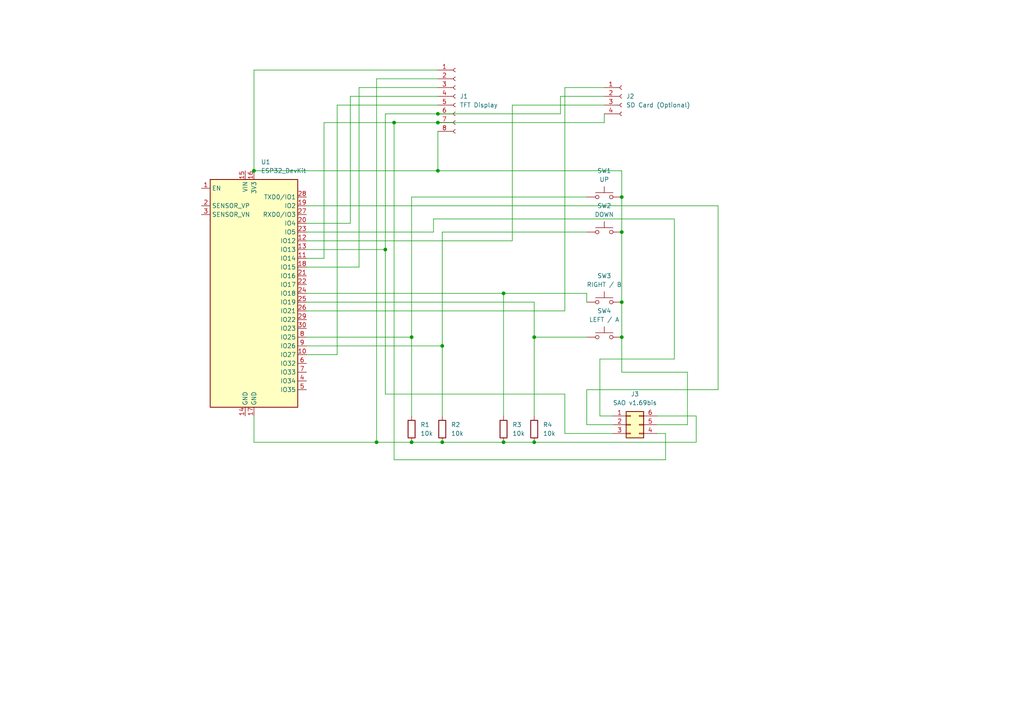
<source format=kicad_sch>
(kicad_sch (version 20211123) (generator eeschema)
  (paper "A4")
  (lib_symbols
    (symbol "BSides_Custom:ESP32_DevKit_V1_DOIT"
      (property "Reference" "U" (at -11.43 34.29 0))
      (property "Value" "ESP32_DevKit_V1_DOIT" (at 11.43 34.29 0))
      (symbol "ESP32_DevKit_V1_DOIT_1_1"
        (rectangle (start -12.7 33.02) (end 12.7 -33.02) (stroke (width 0.254)) (fill (type background)))
        (pin input line (at -15.24 30.48 0) (length 2.54) (name "EN") (number "1"))
        (pin bidirectional line (at 15.24 -17.78 180) (length 2.54) (name "IO27") (number "10"))
        (pin bidirectional line (at 15.24 10.16 180) (length 2.54) (name "IO14") (number "11"))
        (pin bidirectional line (at 15.24 15.24 180) (length 2.54) (name "IO12") (number "12"))
        (pin bidirectional line (at 15.24 12.7 180) (length 2.54) (name "IO13") (number "13"))
        (pin power_in line (at -2.54 -35.56 90) (length 2.54) (name "GND") (number "14"))
        (pin power_in line (at -2.54 35.56 270) (length 2.54) (name "VIN") (number "15"))
        (pin power_in line (at 0 35.56 270) (length 2.54) (name "3V3") (number "16"))
        (pin power_in line (at 0 -35.56 90) (length 2.54) (name "GND") (number "17"))
        (pin bidirectional line (at 15.24 7.62 180) (length 2.54) (name "IO15") (number "18"))
        (pin bidirectional line (at 15.24 25.4 180) (length 2.54) (name "IO2") (number "19"))
        (pin input line (at -15.24 25.4 0) (length 2.54) (name "SENSOR_VP") (number "2"))
        (pin bidirectional line (at 15.24 20.32 180) (length 2.54) (name "IO4") (number "20"))
        (pin bidirectional line (at 15.24 5.08 180) (length 2.54) (name "IO16") (number "21"))
        (pin bidirectional line (at 15.24 2.54 180) (length 2.54) (name "IO17") (number "22"))
        (pin bidirectional line (at 15.24 17.78 180) (length 2.54) (name "IO5") (number "23"))
        (pin bidirectional line (at 15.24 0 180) (length 2.54) (name "IO18") (number "24"))
        (pin bidirectional line (at 15.24 -2.54 180) (length 2.54) (name "IO19") (number "25"))
        (pin bidirectional line (at 15.24 -5.08 180) (length 2.54) (name "IO21") (number "26"))
        (pin bidirectional line (at 15.24 22.86 180) (length 2.54) (name "RXD0/IO3") (number "27"))
        (pin bidirectional line (at 15.24 27.94 180) (length 2.54) (name "TXD0/IO1") (number "28"))
        (pin bidirectional line (at 15.24 -7.62 180) (length 2.54) (name "IO22") (number "29"))
        (pin input line (at -15.24 22.86 0) (length 2.54) (name "SENSOR_VN") (number "3"))
        (pin bidirectional line (at 15.24 -10.16 180) (length 2.54) (name "IO23") (number "30"))
        (pin input line (at 15.24 -25.4 180) (length 2.54) (name "IO34") (number "4"))
        (pin input line (at 15.24 -27.94 180) (length 2.54) (name "IO35") (number "5"))
        (pin bidirectional line (at 15.24 -20.32 180) (length 2.54) (name "IO32") (number "6"))
        (pin bidirectional line (at 15.24 -22.86 180) (length 2.54) (name "IO33") (number "7"))
        (pin bidirectional line (at 15.24 -12.7 180) (length 2.54) (name "IO25") (number "8"))
        (pin bidirectional line (at 15.24 -15.24 180) (length 2.54) (name "IO26") (number "9"))
      )
    )
    (symbol "Connector:Conn_01x04_Female" (pin_names (offset 1.016) hide)
      (property "Reference" "J" (at 0 5.08 0))
      (property "Value" "Conn_01x04_Female" (at 0 -7.62 0))
      (symbol "Conn_01x04_Female_1_1"
        (arc (start 0 -4.572) (mid -0.508 -5.08) (end 0 -5.588) (stroke (width 0.1524)))
        (arc (start 0 -2.032) (mid -0.508 -2.54) (end 0 -3.048) (stroke (width 0.1524)))
        (polyline (pts (xy -1.27 -5.08) (xy -0.508 -5.08)) (stroke (width 0.1524)))
        (polyline (pts (xy -1.27 -2.54) (xy -0.508 -2.54)) (stroke (width 0.1524)))
        (polyline (pts (xy -1.27 0) (xy -0.508 0)) (stroke (width 0.1524)))
        (polyline (pts (xy -1.27 2.54) (xy -0.508 2.54)) (stroke (width 0.1524)))
        (arc (start 0 0.508) (mid -0.508 0) (end 0 -0.508) (stroke (width 0.1524)))
        (arc (start 0 3.048) (mid -0.508 2.54) (end 0 2.032) (stroke (width 0.1524)))
        (pin passive line (at -5.08 2.54 0) (length 3.81) (name "Pin_1") (number "1"))
        (pin passive line (at -5.08 0 0) (length 3.81) (name "Pin_2") (number "2"))
        (pin passive line (at -5.08 -2.54 0) (length 3.81) (name "Pin_3") (number "3"))
        (pin passive line (at -5.08 -5.08 0) (length 3.81) (name "Pin_4") (number "4"))
      )
    )
    (symbol "Connector:Conn_01x08_Female" (pin_names (offset 1.016) hide)
      (property "Reference" "J" (at 0 10.16 0))
      (property "Value" "Conn_01x08_Female" (at 0 -12.7 0))
      (symbol "Conn_01x08_Female_1_1"
        (arc (start 0 -9.652) (mid -0.508 -10.16) (end 0 -10.668) (stroke (width 0.1524)))
        (arc (start 0 -7.112) (mid -0.508 -7.62) (end 0 -8.128) (stroke (width 0.1524)))
        (arc (start 0 -4.572) (mid -0.508 -5.08) (end 0 -5.588) (stroke (width 0.1524)))
        (arc (start 0 -2.032) (mid -0.508 -2.54) (end 0 -3.048) (stroke (width 0.1524)))
        (polyline (pts (xy -1.27 -10.16) (xy -0.508 -10.16)) (stroke (width 0.1524)))
        (polyline (pts (xy -1.27 -7.62) (xy -0.508 -7.62)) (stroke (width 0.1524)))
        (polyline (pts (xy -1.27 -5.08) (xy -0.508 -5.08)) (stroke (width 0.1524)))
        (polyline (pts (xy -1.27 -2.54) (xy -0.508 -2.54)) (stroke (width 0.1524)))
        (polyline (pts (xy -1.27 0) (xy -0.508 0)) (stroke (width 0.1524)))
        (polyline (pts (xy -1.27 2.54) (xy -0.508 2.54)) (stroke (width 0.1524)))
        (polyline (pts (xy -1.27 5.08) (xy -0.508 5.08)) (stroke (width 0.1524)))
        (polyline (pts (xy -1.27 7.62) (xy -0.508 7.62)) (stroke (width 0.1524)))
        (arc (start 0 0.508) (mid -0.508 0) (end 0 -0.508) (stroke (width 0.1524)))
        (arc (start 0 3.048) (mid -0.508 2.54) (end 0 2.032) (stroke (width 0.1524)))
        (arc (start 0 5.588) (mid -0.508 5.08) (end 0 4.572) (stroke (width 0.1524)))
        (arc (start 0 8.128) (mid -0.508 7.62) (end 0 7.112) (stroke (width 0.1524)))
        (pin passive line (at -5.08 7.62 0) (length 3.81) (name "Pin_1") (number "1"))
        (pin passive line (at -5.08 5.08 0) (length 3.81) (name "Pin_2") (number "2"))
        (pin passive line (at -5.08 2.54 0) (length 3.81) (name "Pin_3") (number "3"))
        (pin passive line (at -5.08 0 0) (length 3.81) (name "Pin_4") (number "4"))
        (pin passive line (at -5.08 -2.54 0) (length 3.81) (name "Pin_5") (number "5"))
        (pin passive line (at -5.08 -5.08 0) (length 3.81) (name "Pin_6") (number "6"))
        (pin passive line (at -5.08 -7.62 0) (length 3.81) (name "Pin_7") (number "7"))
        (pin passive line (at -5.08 -10.16 0) (length 3.81) (name "Pin_8") (number "8"))
      )
    )
    (symbol "Connector_Generic:Conn_02x03_Counter_Clockwise" (pin_names (offset 1.016) hide)
      (property "Reference" "J" (at 1.27 5.08 0))
      (property "Value" "Conn_02x03_Counter_Clockwise" (at 1.27 -5.08 0))
      (symbol "Conn_02x03_Counter_Clockwise_1_1"
        (rectangle (start -1.27 -2.413) (end 0 -2.667) (stroke (width 0.1524)))
        (rectangle (start -1.27 0.127) (end 0 -0.127) (stroke (width 0.1524)))
        (rectangle (start -1.27 2.667) (end 0 2.413) (stroke (width 0.1524)))
        (rectangle (start -1.27 3.81) (end 3.81 -3.81) (stroke (width 0.254)) (fill (type background)))
        (rectangle (start 3.81 -2.413) (end 2.54 -2.667) (stroke (width 0.1524)))
        (rectangle (start 3.81 0.127) (end 2.54 -0.127) (stroke (width 0.1524)))
        (rectangle (start 3.81 2.667) (end 2.54 2.413) (stroke (width 0.1524)))
        (pin passive line (at -5.08 2.54 0) (length 3.81) (name "Pin_1") (number "1"))
        (pin passive line (at -5.08 0 0) (length 3.81) (name "Pin_2") (number "2"))
        (pin passive line (at -5.08 -2.54 0) (length 3.81) (name "Pin_3") (number "3"))
        (pin passive line (at 7.62 -2.54 180) (length 3.81) (name "Pin_4") (number "4"))
        (pin passive line (at 7.62 0 180) (length 3.81) (name "Pin_5") (number "5"))
        (pin passive line (at 7.62 2.54 180) (length 3.81) (name "Pin_6") (number "6"))
      )
    )
    (symbol "Device:R" (pin_numbers hide) (pin_names (offset 0))
      (property "Reference" "R" (at 2.032 0 90))
      (property "Value" "R" (at 0 0 90))
      (symbol "R_0_1"
        (rectangle (start -1.016 -2.54) (end 1.016 2.54) (stroke (width 0.254)))
      )
      (symbol "R_1_1"
        (pin passive line (at 0 3.81 270) (length 1.27) (name "~") (number "1"))
        (pin passive line (at 0 -3.81 90) (length 1.27) (name "~") (number "2"))
      )
    )
    (symbol "Switch:SW_Push" (pin_numbers hide) (pin_names (offset 1.016) hide)
      (property "Reference" "SW" (at 1.27 2.54 0))
      (property "Value" "SW_Push" (at 0 -1.524 0))
      (symbol "SW_Push_0_1"
        (circle (center -2.032 0) (radius 0.508))
        (polyline (pts (xy 0 1.27) (xy 0 3.048)))
        (polyline (pts (xy 2.54 1.27) (xy -2.54 1.27)))
        (circle (center 2.032 0) (radius 0.508))
        (pin passive line (at -5.08 0 0) (length 2.54) (name "1") (number "1"))
        (pin passive line (at 5.08 0 180) (length 2.54) (name "2") (number "2"))
      )
    )
  )
  (junction (at 180.34 87.63))
  (junction (at 127 35.56))
  (junction (at 114.3 35.56))
  (junction (at 128.27 128.27))
  (junction (at 146.05 85.09))
  (junction (at 146.05 128.27))
  (junction (at 154.94 97.79))
  (junction (at 109.22 128.27))
  (junction (at 119.38 97.79))
  (junction (at 180.34 67.31))
  (junction (at 119.38 128.27))
  (junction (at 127 49.53))
  (junction (at 180.34 57.15))
  (junction (at 154.94 128.27))
  (junction (at 73.66 49.53))
  (junction (at 111.76 72.39))
  (junction (at 127 33.02))
  (junction (at 180.34 97.79))
  (junction (at 128.27 100.33))
  (wire (pts (xy 101.6 64.77) (xy 101.6 27.94)))
  (wire (pts (xy 170.18 123.19) (xy 177.8 123.19)))
  (wire (pts (xy 109.22 22.86) (xy 127 22.86)))
  (wire (pts (xy 93.98 74.93) (xy 93.98 35.56)))
  (wire (pts (xy 88.9 97.79) (xy 119.38 97.79)))
  (wire (pts (xy 163.83 125.73) (xy 177.8 125.73)))
  (wire (pts (xy 111.76 114.3) (xy 163.83 114.3)))
  (wire (pts (xy 190.5 120.65) (xy 201.93 120.65)))
  (wire (pts (xy 88.9 67.31) (xy 125.73 67.31)))
  (wire (pts (xy 101.6 27.94) (xy 127 27.94)))
  (wire (pts (xy 163.83 25.4) (xy 175.26 25.4)))
  (wire (pts (xy 88.9 64.77) (xy 101.6 64.77)))
  (wire (pts (xy 88.9 100.33) (xy 128.27 100.33)))
  (wire (pts (xy 146.05 85.09) (xy 146.05 120.65)))
  (wire (pts (xy 201.93 128.27) (xy 201.93 120.65)))
  (wire (pts (xy 154.94 128.27) (xy 201.93 128.27)))
  (wire (pts (xy 163.83 90.17) (xy 163.83 25.4)))
  (wire (pts (xy 175.26 35.56) (xy 175.26 33.02)))
  (wire (pts (xy 148.59 69.85) (xy 148.59 30.48)))
  (wire (pts (xy 195.58 104.14) (xy 173.99 104.14)))
  (wire (pts (xy 97.79 30.48) (xy 127 30.48)))
  (wire (pts (xy 111.76 72.39) (xy 111.76 33.02)))
  (wire (pts (xy 119.38 97.79) (xy 119.38 120.65)))
  (wire (pts (xy 193.04 125.73) (xy 190.5 125.73)))
  (wire (pts (xy 180.34 57.15) (xy 180.34 67.31)))
  (wire (pts (xy 93.98 35.56) (xy 114.3 35.56)))
  (wire (pts (xy 170.18 67.31) (xy 128.27 67.31)))
  (wire (pts (xy 162.56 27.94) (xy 175.26 27.94)))
  (wire (pts (xy 125.73 63.5) (xy 195.58 63.5)))
  (wire (pts (xy 208.28 113.03) (xy 170.18 113.03)))
  (wire (pts (xy 170.18 85.09) (xy 170.18 87.63)))
  (wire (pts (xy 88.9 90.17) (xy 163.83 90.17)))
  (wire (pts (xy 190.5 123.19) (xy 199.39 123.19)))
  (wire (pts (xy 199.39 107.95) (xy 199.39 123.19)))
  (wire (pts (xy 127 35.56) (xy 175.26 35.56)))
  (wire (pts (xy 180.34 49.53) (xy 180.34 57.15)))
  (wire (pts (xy 148.59 30.48) (xy 175.26 30.48)))
  (wire (pts (xy 73.66 120.65) (xy 73.66 128.27)))
  (wire (pts (xy 88.9 77.47) (xy 104.14 77.47)))
  (wire (pts (xy 73.66 20.32) (xy 73.66 49.53)))
  (wire (pts (xy 173.99 120.65) (xy 177.8 120.65)))
  (wire (pts (xy 88.9 102.87) (xy 97.79 102.87)))
  (wire (pts (xy 154.94 97.79) (xy 154.94 120.65)))
  (wire (pts (xy 88.9 69.85) (xy 148.59 69.85)))
  (wire (pts (xy 73.66 128.27) (xy 109.22 128.27)))
  (wire (pts (xy 88.9 87.63) (xy 154.94 87.63)))
  (wire (pts (xy 111.76 72.39) (xy 111.76 114.3)))
  (wire (pts (xy 88.9 74.93) (xy 93.98 74.93)))
  (wire (pts (xy 128.27 128.27) (xy 146.05 128.27)))
  (wire (pts (xy 111.76 33.02) (xy 127 33.02)))
  (wire (pts (xy 180.34 97.79) (xy 180.34 107.95)))
  (wire (pts (xy 208.28 59.69) (xy 208.28 113.03)))
  (wire (pts (xy 88.9 85.09) (xy 146.05 85.09)))
  (wire (pts (xy 146.05 128.27) (xy 154.94 128.27)))
  (wire (pts (xy 128.27 100.33) (xy 128.27 120.65)))
  (wire (pts (xy 73.66 49.53) (xy 127 49.53)))
  (wire (pts (xy 114.3 133.35) (xy 193.04 133.35)))
  (wire (pts (xy 163.83 114.3) (xy 163.83 125.73)))
  (wire (pts (xy 88.9 59.69) (xy 208.28 59.69)))
  (wire (pts (xy 173.99 104.14) (xy 173.99 120.65)))
  (wire (pts (xy 127 20.32) (xy 73.66 20.32)))
  (wire (pts (xy 104.14 77.47) (xy 104.14 25.4)))
  (wire (pts (xy 109.22 22.86) (xy 109.22 128.27)))
  (wire (pts (xy 170.18 113.03) (xy 170.18 123.19)))
  (wire (pts (xy 180.34 87.63) (xy 180.34 97.79)))
  (wire (pts (xy 125.73 67.31) (xy 125.73 63.5)))
  (wire (pts (xy 88.9 72.39) (xy 111.76 72.39)))
  (wire (pts (xy 195.58 63.5) (xy 195.58 104.14)))
  (wire (pts (xy 114.3 35.56) (xy 127 35.56)))
  (wire (pts (xy 119.38 128.27) (xy 128.27 128.27)))
  (wire (pts (xy 193.04 133.35) (xy 193.04 125.73)))
  (wire (pts (xy 170.18 97.79) (xy 154.94 97.79)))
  (wire (pts (xy 127 49.53) (xy 180.34 49.53)))
  (wire (pts (xy 127 49.53) (xy 127 38.1)))
  (wire (pts (xy 154.94 87.63) (xy 154.94 97.79)))
  (wire (pts (xy 180.34 67.31) (xy 180.34 87.63)))
  (wire (pts (xy 109.22 128.27) (xy 119.38 128.27)))
  (wire (pts (xy 170.18 85.09) (xy 146.05 85.09)))
  (wire (pts (xy 170.18 57.15) (xy 119.38 57.15)))
  (wire (pts (xy 180.34 107.95) (xy 199.39 107.95)))
  (wire (pts (xy 119.38 57.15) (xy 119.38 97.79)))
  (wire (pts (xy 127 33.02) (xy 162.56 33.02)))
  (wire (pts (xy 128.27 67.31) (xy 128.27 100.33)))
  (wire (pts (xy 162.56 33.02) (xy 162.56 27.94)))
  (wire (pts (xy 104.14 25.4) (xy 127 25.4)))
  (wire (pts (xy 97.79 102.87) (xy 97.79 30.48)))
  (wire (pts (xy 114.3 35.56) (xy 114.3 133.35)))
  (symbol (lib_id "Connector:Conn_01x08_Female") (at 132.08 27.94 0) (unit 1)
    (property "Reference" "J1" (at 133.35 27.9399 0) (effects (justify left)))
    (property "Value" "TFT Display" (at 133.35 30.4799 0) (effects (justify left)))
    (property "Footprint" "Connector_PinHeader_2.54mm:PinHeader_1x08_P2.54mm_Vertical" (effects hide))
  )
  (symbol (lib_id "Switch:SW_Push") (at 175.26 87.63 0) (unit 1)
    (property "Reference" "SW3" (at 175.26 80.01 0))
    (property "Value" "RIGHT / B" (at 175.26 82.55 0))
    (property "Footprint" "Button_Switch_THT:SW_PUSH_6mm_H5mm" (effects hide))
  )
  (symbol (lib_id "Connector:Conn_01x04_Female") (at 180.34 27.94 0) (unit 1)
    (property "Reference" "J2" (at 181.61 27.9399 0) (effects (justify left)))
    (property "Value" "SD Card (Optional)" (at 181.61 30.4799 0) (effects (justify left)))
    (property "Footprint" "Connector_PinHeader_2.54mm:PinHeader_1x04_P2.54mm_Vertical" (effects hide))
  )
  (symbol (lib_id "Device:R") (at 119.38 124.46 0) (unit 1)
    (property "Reference" "R1" (at 121.92 123.1899 0) (effects (justify left)))
    (property "Value" "10k" (at 121.92 125.7299 0) (effects (justify left)))
    (property "Footprint" "Resistor_THT:R_Axial_DIN0207_L6.3mm_D2.5mm_P10.16mm_Horizontal" (effects hide))
  )
  (symbol (lib_id "BSides_Custom:ESP32_DevKit_V1_DOIT") (at 73.66 85.09 0) (unit 1)
    (property "Reference" "U1" (at 75.6794 46.99 0) (effects (justify left)))
    (property "Value" "ESP32_DevKit" (at 75.6794 49.53 0) (effects (justify left)))
    (property "Footprint" "esp32_devkit_v1_doit" (effects hide))
  )
  (symbol (lib_id "Switch:SW_Push") (at 175.26 97.79 0) (unit 1)
    (property "Reference" "SW4" (at 175.26 90.17 0))
    (property "Value" "LEFT / A" (at 175.26 92.71 0))
    (property "Footprint" "Button_Switch_THT:SW_PUSH_6mm_H5mm" (effects hide))
  )
  (symbol (lib_id "Device:R") (at 154.94 124.46 0) (unit 1)
    (property "Reference" "R4" (at 157.48 123.1899 0) (effects (justify left)))
    (property "Value" "10k" (at 157.48 125.7299 0) (effects (justify left)))
    (property "Footprint" "Resistor_THT:R_Axial_DIN0207_L6.3mm_D2.5mm_P10.16mm_Horizontal" (effects hide))
  )
  (symbol (lib_id "Connector_Generic:Conn_02x03_Counter_Clockwise") (at 182.88 123.19 0) (unit 1)
    (property "Reference" "J3" (at 184.15 114.3 0))
    (property "Value" "SAO v1.69bis" (at 184.15 116.84 0))
    (property "Footprint" "Connector_PinHeader_2.54mm:PinHeader_2x03_P2.54mm_Vertical" (effects hide))
  )
  (symbol (lib_id "Switch:SW_Push") (at 175.26 67.31 0) (unit 1)
    (property "Reference" "SW2" (at 175.26 59.69 0))
    (property "Value" "DOWN" (at 175.26 62.23 0))
    (property "Footprint" "Button_Switch_THT:SW_PUSH_6mm_H5mm" (effects hide))
  )
  (symbol (lib_id "Device:R") (at 146.05 124.46 0) (unit 1)
    (property "Reference" "R3" (at 148.59 123.1899 0) (effects (justify left)))
    (property "Value" "10k" (at 148.59 125.7299 0) (effects (justify left)))
    (property "Footprint" "Resistor_THT:R_Axial_DIN0207_L6.3mm_D2.5mm_P10.16mm_Horizontal" (effects hide))
  )
  (symbol (lib_id "Switch:SW_Push") (at 175.26 57.15 0) (unit 1)
    (property "Reference" "SW1" (at 175.26 49.53 0))
    (property "Value" "UP" (at 175.26 52.07 0))
    (property "Footprint" "Button_Switch_THT:SW_PUSH_6mm_H5mm" (effects hide))
  )
  (symbol (lib_id "Device:R") (at 128.27 124.46 0) (unit 1)
    (property "Reference" "R2" (at 130.81 123.1899 0) (effects (justify left)))
    (property "Value" "10k" (at 130.81 125.7299 0) (effects (justify left)))
    (property "Footprint" "Resistor_THT:R_Axial_DIN0207_L6.3mm_D2.5mm_P10.16mm_Horizontal" (effects hide))
  )
)
</source>
